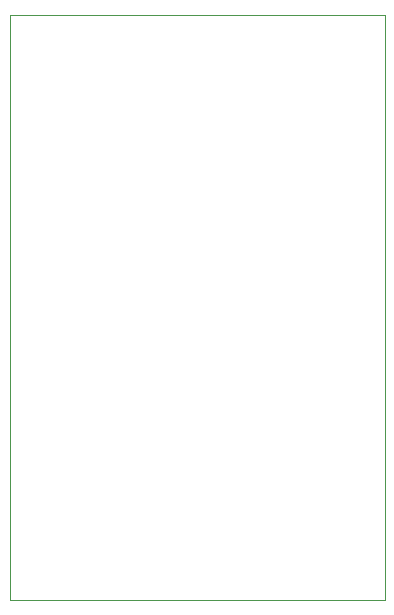
<source format=gbr>
G04 #@! TF.GenerationSoftware,KiCad,Pcbnew,(5.1.0)-1*
G04 #@! TF.CreationDate,2019-04-26T16:32:53+08:00*
G04 #@! TF.ProjectId,stm32,73746d33-322e-46b6-9963-61645f706362,rev?*
G04 #@! TF.SameCoordinates,Original*
G04 #@! TF.FileFunction,Profile,NP*
%FSLAX46Y46*%
G04 Gerber Fmt 4.6, Leading zero omitted, Abs format (unit mm)*
G04 Created by KiCad (PCBNEW (5.1.0)-1) date 2019-04-26 16:32:53*
%MOMM*%
%LPD*%
G04 APERTURE LIST*
%ADD10C,0.050000*%
G04 APERTURE END LIST*
D10*
X113665000Y-66675000D02*
X145415000Y-66675000D01*
X144780000Y-116205000D02*
X145415000Y-116205000D01*
X113665000Y-116205000D02*
X144780000Y-116205000D01*
X113665000Y-66675000D02*
X113665000Y-116205000D01*
X145415000Y-66675000D02*
X145415000Y-116205000D01*
M02*

</source>
